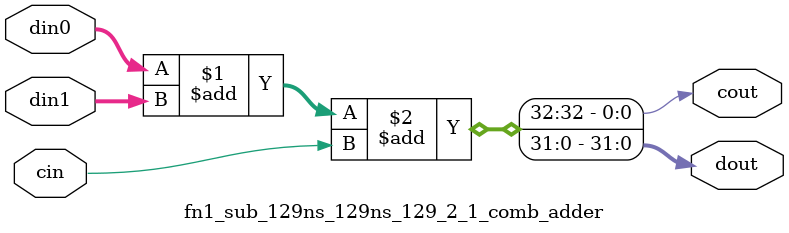
<source format=v>
`timescale 1 ns / 1 ps

module fn1_sub_129ns_129ns_129_2_1(clk, reset, ce, din0, din1, dout);
parameter ID         = 1;              // core ID, unused in RTL
parameter NUM_STAGE  = 2;
parameter din0_WIDTH = 129;   // data bitwidth
parameter din1_WIDTH = 129;   // 
parameter dout_WIDTH = 129;   // output bitwidth

// ---- input/output ports list here ----
input   clk;
input   reset;
input   ce;
input  [din0_WIDTH - 1 : 0] din0;
input  [din1_WIDTH - 1 : 0] din1;

output [dout_WIDTH - 1 : 0] dout;
//   

// wire for the primary inputs
wire [129 - 1 : 0] ain_s0 = din0;
wire [129 - 1 : 0] bin_s0 = ~din1;

// This AddSub module have totally 2 stages. For each stage the adder's width are:
// [64,65]
//  
//   

// Stage 1 logic
wire [64 - 1 : 0]    fas_s1;
wire                 facout_s1;
// 
reg  [65 - 1 : 0]    ain_s1;
reg  [65 - 1 : 0]    bin_s1;
reg  [64 - 1 : 0]    sum_s1;
reg                  carry_s1;
// 
//  
//  
// 
fn1_sub_129ns_129ns_129_2_1_comb_adder #(
    .N    ( 64 )
) u1 (
    .din0    ( ain_s0[64 - 1 : 0] ),
    .din1    ( bin_s0[64 - 1 : 0] ),
    .cin  ( 1'b1 ),
    .dout    ( fas_s1 ),
    .cout ( facout_s1 )
);

// 
always @ (posedge clk) begin
    if (ce) begin
        sum_s1   <= fas_s1;
        carry_s1 <= facout_s1;
    end
end

always @ (posedge clk) begin
    if (ce) begin
        ain_s1 <= ain_s0[129 - 1 : 64];
    end
end

always @ (posedge clk) begin
    if (ce) begin
        bin_s1 <= bin_s0[129 - 1 : 64];
    end
end
//  
//   

// Stage 2 logic
wire [65 - 1 : 0]    fas_s2;
wire                 facout_s2;
// 
// 
fn1_sub_129ns_129ns_129_2_1_comb_adder #(
    .N    ( 65 )
) u2 (
    .din0    ( ain_s1[65 - 1 : 0] ),
    .din1    ( bin_s1[65 - 1 : 0] ),
    .cin  ( carry_s1 ),
    .dout    ( fas_s2 ),
    .cout ( facout_s2 )
);

// 
assign dout = {fas_s2, sum_s1 };
//  
// 
endmodule

// small adder
module fn1_sub_129ns_129ns_129_2_1_comb_adder 
#(parameter
    N = 32
)(
    input  [N-1 : 0]    din0,
    input  [N-1 : 0]    din1,
    input  wire         cin,
    output [N-1 : 0]    dout,
    output wire         cout
);
assign {cout, dout} = din0 + din1 + cin;
endmodule
// 

</source>
